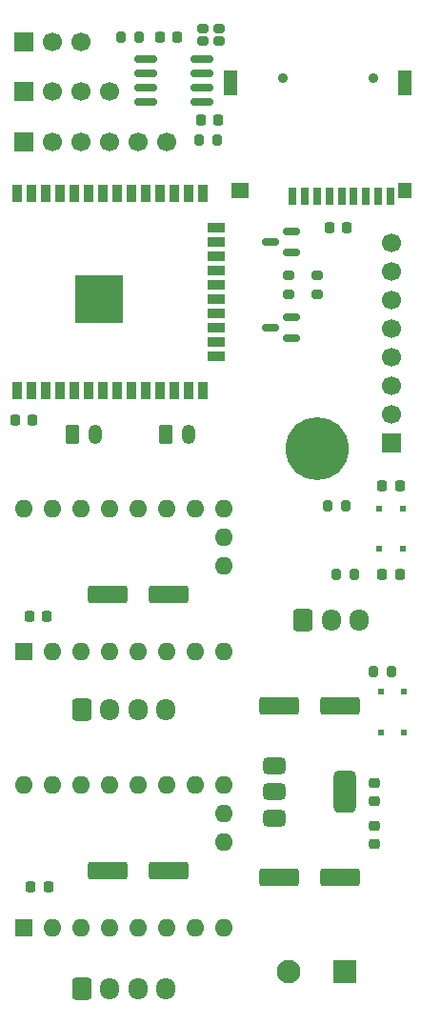
<source format=gts>
G04 #@! TF.GenerationSoftware,KiCad,Pcbnew,9.0.5*
G04 #@! TF.CreationDate,2025-10-27T18:10:04+01:00*
G04 #@! TF.ProjectId,Laser_Electronics,4c617365-725f-4456-9c65-6374726f6e69,2*
G04 #@! TF.SameCoordinates,Original*
G04 #@! TF.FileFunction,Soldermask,Top*
G04 #@! TF.FilePolarity,Negative*
%FSLAX46Y46*%
G04 Gerber Fmt 4.6, Leading zero omitted, Abs format (unit mm)*
G04 Created by KiCad (PCBNEW 9.0.5) date 2025-10-27 18:10:04*
%MOMM*%
%LPD*%
G01*
G04 APERTURE LIST*
G04 Aperture macros list*
%AMRoundRect*
0 Rectangle with rounded corners*
0 $1 Rounding radius*
0 $2 $3 $4 $5 $6 $7 $8 $9 X,Y pos of 4 corners*
0 Add a 4 corners polygon primitive as box body*
4,1,4,$2,$3,$4,$5,$6,$7,$8,$9,$2,$3,0*
0 Add four circle primitives for the rounded corners*
1,1,$1+$1,$2,$3*
1,1,$1+$1,$4,$5*
1,1,$1+$1,$6,$7*
1,1,$1+$1,$8,$9*
0 Add four rect primitives between the rounded corners*
20,1,$1+$1,$2,$3,$4,$5,0*
20,1,$1+$1,$4,$5,$6,$7,0*
20,1,$1+$1,$6,$7,$8,$9,0*
20,1,$1+$1,$8,$9,$2,$3,0*%
G04 Aperture macros list end*
%ADD10RoundRect,0.250000X-0.350000X-0.625000X0.350000X-0.625000X0.350000X0.625000X-0.350000X0.625000X0*%
%ADD11O,1.200000X1.750000*%
%ADD12RoundRect,0.200000X-0.300000X-0.200000X0.300000X-0.200000X0.300000X0.200000X-0.300000X0.200000X0*%
%ADD13RoundRect,0.200000X-0.200000X-0.275000X0.200000X-0.275000X0.200000X0.275000X-0.200000X0.275000X0*%
%ADD14R,1.700000X1.700000*%
%ADD15C,1.700000*%
%ADD16RoundRect,0.150000X0.587500X0.150000X-0.587500X0.150000X-0.587500X-0.150000X0.587500X-0.150000X0*%
%ADD17RoundRect,0.375000X-0.625000X-0.375000X0.625000X-0.375000X0.625000X0.375000X-0.625000X0.375000X0*%
%ADD18RoundRect,0.500000X-0.500000X-1.400000X0.500000X-1.400000X0.500000X1.400000X-0.500000X1.400000X0*%
%ADD19RoundRect,0.225000X-0.225000X-0.250000X0.225000X-0.250000X0.225000X0.250000X-0.225000X0.250000X0*%
%ADD20RoundRect,0.200000X0.275000X-0.200000X0.275000X0.200000X-0.275000X0.200000X-0.275000X-0.200000X0*%
%ADD21C,0.900000*%
%ADD22R,0.700000X1.600000*%
%ADD23R,1.200000X2.200000*%
%ADD24R,1.600000X1.400000*%
%ADD25R,1.200000X1.400000*%
%ADD26RoundRect,0.250000X-0.600000X-0.725000X0.600000X-0.725000X0.600000X0.725000X-0.600000X0.725000X0*%
%ADD27O,1.700000X1.950000*%
%ADD28RoundRect,0.250000X1.500000X0.550000X-1.500000X0.550000X-1.500000X-0.550000X1.500000X-0.550000X0*%
%ADD29R,0.900000X1.500000*%
%ADD30R,1.500000X0.900000*%
%ADD31C,0.600000*%
%ADD32R,4.200000X4.200000*%
%ADD33C,5.600000*%
%ADD34RoundRect,0.225000X-0.250000X0.225000X-0.250000X-0.225000X0.250000X-0.225000X0.250000X0.225000X0*%
%ADD35RoundRect,0.150000X0.825000X0.150000X-0.825000X0.150000X-0.825000X-0.150000X0.825000X-0.150000X0*%
%ADD36R,1.600000X1.600000*%
%ADD37O,1.600000X1.600000*%
%ADD38R,0.502500X0.630000*%
%ADD39R,0.505000X0.630000*%
%ADD40RoundRect,0.200000X0.200000X0.275000X-0.200000X0.275000X-0.200000X-0.275000X0.200000X-0.275000X0*%
%ADD41RoundRect,0.225000X0.225000X0.250000X-0.225000X0.250000X-0.225000X-0.250000X0.225000X-0.250000X0*%
%ADD42RoundRect,0.200000X-0.275000X0.200000X-0.275000X-0.200000X0.275000X-0.200000X0.275000X0.200000X0*%
%ADD43RoundRect,0.250000X-1.500000X-0.550000X1.500000X-0.550000X1.500000X0.550000X-1.500000X0.550000X0*%
%ADD44RoundRect,0.218750X0.218750X0.256250X-0.218750X0.256250X-0.218750X-0.256250X0.218750X-0.256250X0*%
%ADD45RoundRect,0.250001X0.799999X0.799999X-0.799999X0.799999X-0.799999X-0.799999X0.799999X-0.799999X0*%
%ADD46C,2.100000*%
G04 APERTURE END LIST*
D10*
X118015000Y-92710000D03*
D11*
X120015000Y-92710000D03*
D12*
X129540000Y-56642000D03*
X131040000Y-56642000D03*
X131040000Y-57742000D03*
X129540000Y-57742000D03*
D13*
X144717000Y-113792000D03*
X146367000Y-113792000D03*
D14*
X113665000Y-57785000D03*
D15*
X116205000Y-57785000D03*
X118745000Y-57785000D03*
D16*
X137462500Y-84135000D03*
X137462500Y-82235000D03*
X135587500Y-83185000D03*
D17*
X135915000Y-122160000D03*
X135915000Y-124460000D03*
D18*
X142215000Y-124460000D03*
D17*
X135915000Y-126760000D03*
D19*
X112890000Y-91440000D03*
X114440000Y-91440000D03*
D10*
X126270000Y-92710000D03*
D11*
X128270000Y-92710000D03*
D14*
X113665000Y-62230000D03*
D15*
X116205000Y-62230000D03*
X118745000Y-62230000D03*
X121285000Y-62230000D03*
D20*
X137160000Y-80200000D03*
X137160000Y-78550000D03*
D21*
X136700968Y-61037855D03*
X144700968Y-61037855D03*
D22*
X137500968Y-71537855D03*
X138600968Y-71537855D03*
X139700968Y-71537855D03*
X140800968Y-71537855D03*
X141900968Y-71537855D03*
X143000968Y-71537855D03*
X144100968Y-71537855D03*
X145200968Y-71537855D03*
X146300968Y-71537855D03*
D23*
X132000968Y-61437855D03*
D24*
X132900968Y-71037855D03*
D23*
X147500968Y-61437855D03*
D25*
X147500968Y-71037855D03*
D14*
X113665000Y-66675000D03*
D15*
X116205000Y-66675000D03*
X118745000Y-66675000D03*
X121285000Y-66675000D03*
X123825000Y-66675000D03*
X126365000Y-66675000D03*
D19*
X114160000Y-108849000D03*
X115710000Y-108849000D03*
D26*
X138470000Y-109220000D03*
D27*
X140970000Y-109220000D03*
X143470000Y-109220000D03*
D28*
X126525000Y-106934000D03*
X121125000Y-106934000D03*
D29*
X113035000Y-88760000D03*
X114305000Y-88760000D03*
X115575000Y-88760000D03*
X116845000Y-88760000D03*
X118115000Y-88760000D03*
X119385000Y-88760000D03*
X120655000Y-88760000D03*
X121925000Y-88760000D03*
X123195000Y-88760000D03*
X124465000Y-88760000D03*
X125735000Y-88760000D03*
X127005000Y-88760000D03*
X128275000Y-88760000D03*
X129545000Y-88760000D03*
D30*
X130795000Y-85720000D03*
X130795000Y-84450000D03*
X130795000Y-83180000D03*
X130795000Y-81910000D03*
X130795000Y-80640000D03*
X130795000Y-79370000D03*
X130795000Y-78100000D03*
X130795000Y-76830000D03*
X130795000Y-75560000D03*
X130795000Y-74290000D03*
D29*
X129545000Y-71260000D03*
X128275000Y-71260000D03*
X127005000Y-71260000D03*
X125735000Y-71260000D03*
X124465000Y-71260000D03*
X123195000Y-71260000D03*
X121925000Y-71260000D03*
X120655000Y-71260000D03*
X119385000Y-71260000D03*
X118115000Y-71260000D03*
X116845000Y-71260000D03*
X115575000Y-71260000D03*
X114305000Y-71260000D03*
X113035000Y-71260000D03*
D31*
X119612500Y-82215000D03*
X121137500Y-82215000D03*
X118850000Y-81452500D03*
X120375000Y-81452500D03*
X121900000Y-81452500D03*
X119612500Y-80690000D03*
D32*
X120375000Y-80690000D03*
D31*
X121137500Y-80690000D03*
X118850000Y-79927500D03*
X120375000Y-79927500D03*
X121900000Y-79927500D03*
X119612500Y-79165000D03*
X121137500Y-79165000D03*
D33*
X139700000Y-93980000D03*
D34*
X144780000Y-127495000D03*
X144780000Y-129045000D03*
D16*
X137462500Y-76515000D03*
X137462500Y-74615000D03*
X135587500Y-75565000D03*
D13*
X122263500Y-57404000D03*
X123913500Y-57404000D03*
X129223000Y-66548000D03*
X130873000Y-66548000D03*
D19*
X145529000Y-97282000D03*
X147079000Y-97282000D03*
D35*
X129475000Y-63119000D03*
X129475000Y-61849000D03*
X129475000Y-60579000D03*
X129475000Y-59309000D03*
X124525000Y-59309000D03*
X124525000Y-60579000D03*
X124525000Y-61849000D03*
X124525000Y-63119000D03*
D36*
X113665000Y-136525000D03*
D37*
X116205000Y-136525000D03*
X118745000Y-136525000D03*
X121285000Y-136525000D03*
X123825000Y-136525000D03*
X126365000Y-136525000D03*
X128905000Y-136525000D03*
X131445000Y-136525000D03*
X131445000Y-123825000D03*
X128905000Y-123825000D03*
X126365000Y-123825000D03*
X123825000Y-123825000D03*
X121285000Y-123825000D03*
X118745000Y-123825000D03*
X116205000Y-123825000D03*
X113665000Y-123825000D03*
X131445000Y-126365000D03*
X131445000Y-128905000D03*
D19*
X114287000Y-132852000D03*
X115837000Y-132852000D03*
X145529000Y-105156000D03*
X147079000Y-105156000D03*
D38*
X147466250Y-115570000D03*
D39*
X147465000Y-119150000D03*
X145415000Y-115570000D03*
X145415000Y-119150000D03*
D14*
X146304000Y-93472000D03*
D15*
X146304000Y-90932000D03*
X146304000Y-88392000D03*
X146304000Y-85852000D03*
X146304000Y-83312000D03*
X146304000Y-80772000D03*
X146304000Y-78232000D03*
X146304000Y-75692000D03*
D13*
X140653000Y-99060000D03*
X142303000Y-99060000D03*
D36*
X113665000Y-112014000D03*
D37*
X116205000Y-112014000D03*
X118745000Y-112014000D03*
X121285000Y-112014000D03*
X123825000Y-112014000D03*
X126365000Y-112014000D03*
X128905000Y-112014000D03*
X131445000Y-112014000D03*
X131445000Y-99314000D03*
X128905000Y-99314000D03*
X126365000Y-99314000D03*
X123825000Y-99314000D03*
X121285000Y-99314000D03*
X118745000Y-99314000D03*
X116205000Y-99314000D03*
X113665000Y-99314000D03*
X131445000Y-101854000D03*
X131445000Y-104394000D03*
D34*
X144780000Y-123685000D03*
X144780000Y-125235000D03*
D40*
X143065000Y-105156000D03*
X141415000Y-105156000D03*
D26*
X118805000Y-117175000D03*
D27*
X121305000Y-117175000D03*
X123805000Y-117175000D03*
X126305000Y-117175000D03*
D41*
X142380000Y-74295000D03*
X140830000Y-74295000D03*
D42*
X139700000Y-78550000D03*
X139700000Y-80200000D03*
D26*
X118805000Y-141940000D03*
D27*
X121305000Y-141940000D03*
X123805000Y-141940000D03*
X126305000Y-141940000D03*
D28*
X126525000Y-131445000D03*
X121125000Y-131445000D03*
D43*
X136365000Y-132080000D03*
X141765000Y-132080000D03*
D38*
X145268750Y-102870000D03*
D39*
X145270000Y-99290000D03*
X147320000Y-102870000D03*
X147320000Y-99290000D03*
D28*
X141765000Y-116840000D03*
X136365000Y-116840000D03*
D44*
X127305000Y-57404000D03*
X125730000Y-57404000D03*
D45*
X142200000Y-140467500D03*
D46*
X137200000Y-140467500D03*
D41*
X130950000Y-64770000D03*
X129400000Y-64770000D03*
M02*

</source>
